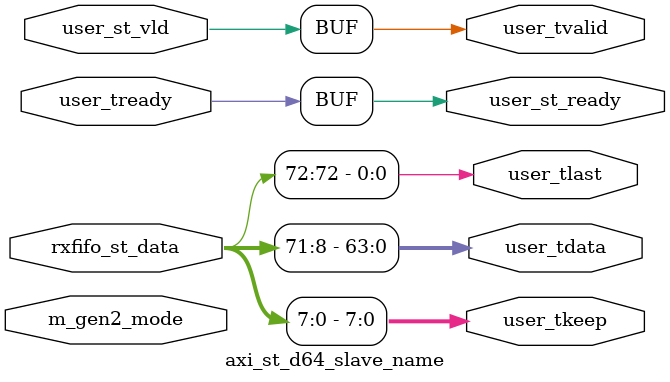
<source format=sv>

module axi_st_d64_slave_name  (

  // st channel
  output logic [   7:   0]   user_tkeep          ,
  output logic [  63:   0]   user_tdata          ,
  output logic               user_tlast          ,
  output logic               user_tvalid         ,
  input  logic               user_tready         ,

  // Logic Link Interfaces
  input  logic               user_st_vld         ,
  input  logic [  72:   0]   rxfifo_st_data      ,
  output logic               user_st_ready       ,

  input  logic               m_gen2_mode         

);

  // Connect Data

  assign user_tvalid                        = user_st_vld                        ;
  assign user_st_ready                      = user_tready                        ;
  assign user_tkeep           [   0 +:   8] = rxfifo_st_data       [   0 +:   8] ;
  assign user_tdata           [   0 +:  64] = rxfifo_st_data       [   8 +:  64] ;
  assign user_tlast                         = rxfifo_st_data       [  72 +:   1] ;

endmodule

</source>
